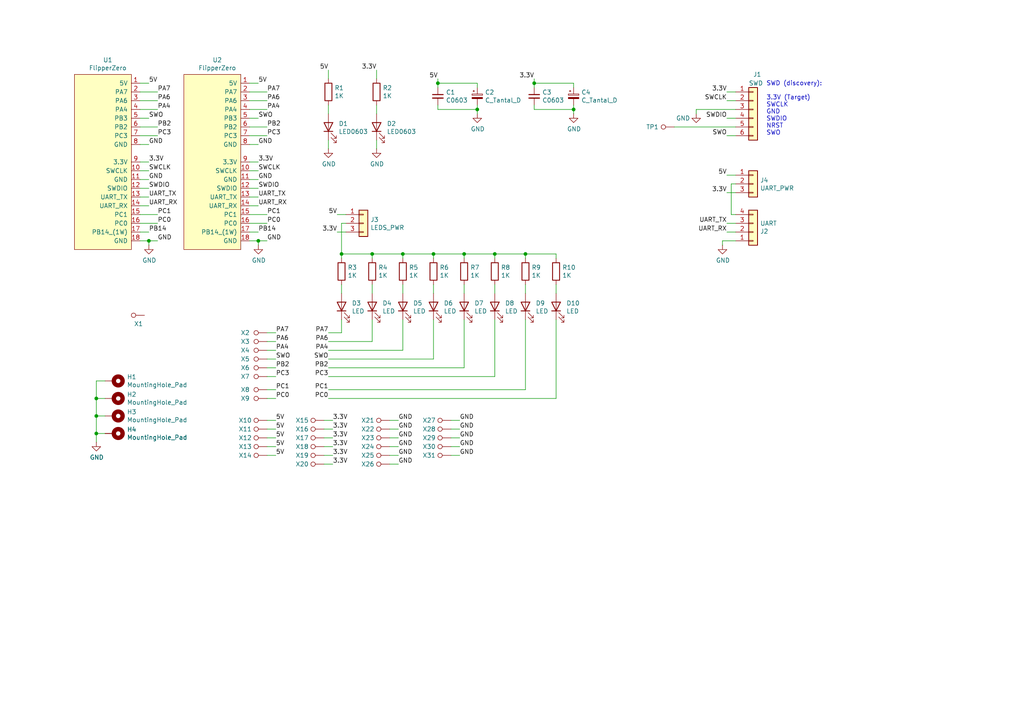
<source format=kicad_sch>
(kicad_sch (version 20250114) (generator "eeschema") (generator_version "9.0")
  (paper "A4")
  (lib_symbols
    (symbol "Connector_Generic:Conn_01x03" (pin_names (offset 1.016) (hide yes))
      (property "Reference" "J" (at 0 5.08 0))
      (property "Value" "Conn_01x03" (at 0 -5.08 0))
      (symbol "Conn_01x03_1_1"
        (rectangle (start -1.27 3.81) (end 1.27 -3.81) (stroke (width 0.254)) (fill (type background)))
        (rectangle (start -1.27 2.667) (end 0 2.413) (stroke (width 0.1524)))
        (rectangle (start -1.27 0.127) (end 0 -0.127) (stroke (width 0.1524)))
        (rectangle (start -1.27 -2.413) (end 0 -2.667) (stroke (width 0.1524)))
        (pin passive line (at -5.08 2.54 0) (length 3.81) (name "Pin_1") (number "1"))
        (pin passive line (at -5.08 0 0) (length 3.81) (name "Pin_2") (number "2"))
        (pin passive line (at -5.08 -2.54 0) (length 3.81) (name "Pin_3") (number "3"))
      )
    )
    (symbol "Connector_Generic:Conn_01x04" (pin_names (offset 1.016) (hide yes))
      (property "Reference" "J" (at 0 5.08 0))
      (property "Value" "Conn_01x04" (at 0 -7.62 0))
      (symbol "Conn_01x04_1_1"
        (rectangle (start -1.27 3.81) (end 1.27 -6.35) (stroke (width 0.254)) (fill (type background)))
        (rectangle (start -1.27 2.667) (end 0 2.413) (stroke (width 0.1524)))
        (rectangle (start -1.27 0.127) (end 0 -0.127) (stroke (width 0.1524)))
        (rectangle (start -1.27 -2.413) (end 0 -2.667) (stroke (width 0.1524)))
        (rectangle (start -1.27 -4.953) (end 0 -5.207) (stroke (width 0.1524)))
        (pin passive line (at -5.08 2.54 0) (length 3.81) (name "Pin_1") (number "1"))
        (pin passive line (at -5.08 0 0) (length 3.81) (name "Pin_2") (number "2"))
        (pin passive line (at -5.08 -2.54 0) (length 3.81) (name "Pin_3") (number "3"))
        (pin passive line (at -5.08 -5.08 0) (length 3.81) (name "Pin_4") (number "4"))
      )
    )
    (symbol "Connector_Generic:Conn_01x06" (pin_names (offset 1.016) (hide yes))
      (property "Reference" "J" (at 0 7.62 0))
      (property "Value" "Conn_01x06" (at 0 -10.16 0))
      (symbol "Conn_01x06_1_1"
        (rectangle (start -1.27 6.35) (end 1.27 -8.89) (stroke (width 0.254)) (fill (type background)))
        (rectangle (start -1.27 5.207) (end 0 4.953) (stroke (width 0.1524)))
        (rectangle (start -1.27 2.667) (end 0 2.413) (stroke (width 0.1524)))
        (rectangle (start -1.27 0.127) (end 0 -0.127) (stroke (width 0.1524)))
        (rectangle (start -1.27 -2.413) (end 0 -2.667) (stroke (width 0.1524)))
        (rectangle (start -1.27 -4.953) (end 0 -5.207) (stroke (width 0.1524)))
        (rectangle (start -1.27 -7.493) (end 0 -7.747) (stroke (width 0.1524)))
        (pin passive line (at -5.08 5.08 0) (length 3.81) (name "Pin_1") (number "1"))
        (pin passive line (at -5.08 2.54 0) (length 3.81) (name "Pin_2") (number "2"))
        (pin passive line (at -5.08 0 0) (length 3.81) (name "Pin_3") (number "3"))
        (pin passive line (at -5.08 -2.54 0) (length 3.81) (name "Pin_4") (number "4"))
        (pin passive line (at -5.08 -5.08 0) (length 3.81) (name "Pin_5") (number "5"))
        (pin passive line (at -5.08 -7.62 0) (length 3.81) (name "Pin_6") (number "6"))
      )
    )
    (symbol "Device:C_Polarized_Small" (pin_numbers (hide yes)) (pin_names (offset 0.254) (hide yes))
      (property "Reference" "C" (at 0.254 1.778 0))
      (property "Value" "C_Polarized_Small" (at 0.254 -2.032 0))
      (symbol "C_Polarized_Small_0_1"
        (rectangle (start -1.524 0.6858) (end 1.524 0.3048))
        (rectangle (start -1.524 -0.3048) (end 1.524 -0.6858) (fill (type outline)))
        (polyline (pts (xy -1.27 1.524) (xy -0.762 1.524)))
        (polyline (pts (xy -1.016 1.27) (xy -1.016 1.778)))
      )
      (symbol "C_Polarized_Small_1_1"
        (pin passive line (at 0 2.54 270) (length 1.8542) (name "~") (number "1"))
        (pin passive line (at 0 -2.54 90) (length 1.8542) (name "~") (number "2"))
      )
    )
    (symbol "Device:C_Small" (pin_numbers (hide yes)) (pin_names (offset 0.254) (hide yes))
      (property "Reference" "C" (at 0.254 1.778 0))
      (property "Value" "C_Small" (at 0.254 -2.032 0))
      (symbol "C_Small_0_1"
        (polyline (pts (xy -1.524 0.508) (xy 1.524 0.508)) (stroke (width 0.3048)))
        (polyline (pts (xy -1.524 -0.508) (xy 1.524 -0.508)) (stroke (width 0.3302)))
      )
      (symbol "C_Small_1_1"
        (pin passive line (at 0 2.54 270) (length 2.032) (name "~") (number "1"))
        (pin passive line (at 0 -2.54 90) (length 2.032) (name "~") (number "2"))
      )
    )
    (symbol "Device:LED" (pin_numbers (hide yes)) (pin_names (offset 1.016) (hide yes))
      (property "Reference" "D" (at 0 2.54 0))
      (property "Value" "LED" (at 0 -2.54 0))
      (symbol "LED_0_1"
        (polyline (pts (xy -3.048 -0.762) (xy -4.572 -2.286) (xy -3.81 -2.286) (xy -4.572 -2.286) (xy -4.572 -1.524)))
        (polyline (pts (xy -1.778 -0.762) (xy -3.302 -2.286) (xy -2.54 -2.286) (xy -3.302 -2.286) (xy -3.302 -1.524)))
        (polyline (pts (xy -1.27 0) (xy 1.27 0)))
        (polyline (pts (xy -1.27 -1.27) (xy -1.27 1.27)) (stroke (width 0.254)))
        (polyline (pts (xy 1.27 -1.27) (xy 1.27 1.27) (xy -1.27 0) (xy 1.27 -1.27)) (stroke (width 0.254)))
      )
      (symbol "LED_1_1"
        (pin passive line (at -3.81 0 0) (length 2.54) (name "K") (number "1"))
        (pin passive line (at 3.81 0 180) (length 2.54) (name "A") (number "2"))
      )
    )
    (symbol "Device:R" (pin_numbers (hide yes)) (pin_names (offset 0))
      (property "Reference" "R" (at 2.032 0 90))
      (property "Value" "R" (at 0 0 90))
      (symbol "R_0_1"
        (rectangle (start -1.016 -2.54) (end 1.016 2.54) (stroke (width 0.254)))
      )
      (symbol "R_1_1"
        (pin passive line (at 0 3.81 270) (length 1.27) (name "~") (number "1"))
        (pin passive line (at 0 -3.81 90) (length 1.27) (name "~") (number "2"))
      )
    )
    (symbol "Mechanical:MountingHole_Pad" (pin_numbers (hide yes)) (pin_names (offset 1.016) (hide yes)) (in_bom no)
      (property "Reference" "H" (at 0 6.35 0))
      (property "Value" "MountingHole_Pad" (at 0 4.445 0))
      (symbol "MountingHole_Pad_0_1"
        (circle (center 0 1.27) (radius 1.27) (stroke (width 1.27)))
      )
      (symbol "MountingHole_Pad_1_1"
        (pin input line (at 0 -2.54 90) (length 2.54) (name "1") (number "1"))
      )
    )
    (symbol "lomalkin_kicad_symbols:FlipperZero" (pin_names (offset 1.016))
      (property "Reference" "U" (at 0 -25.4 0))
      (property "Value" "FlipperZero" (at 0 27.94 0))
      (symbol "FlipperZero_0_1"
        (rectangle (start 7.62 26.67) (end -8.89 -24.13) (fill (type background)))
      )
      (symbol "FlipperZero_1_1"
        (pin input line (at 10.16 24.13 180) (length 2.54) (name "5V") (number "1"))
        (pin input line (at 10.16 21.59 180) (length 2.54) (name "PA7") (number "2"))
        (pin input line (at 10.16 19.05 180) (length 2.54) (name "PA6") (number "3"))
        (pin input line (at 10.16 16.51 180) (length 2.54) (name "PA4") (number "4"))
        (pin input line (at 10.16 13.97 180) (length 2.54) (name "PB3") (number "5"))
        (pin input line (at 10.16 11.43 180) (length 2.54) (name "PB2") (number "6"))
        (pin input line (at 10.16 8.89 180) (length 2.54) (name "PC3") (number "7"))
        (pin input line (at 10.16 6.35 180) (length 2.54) (name "GND") (number "8"))
        (pin input line (at 10.16 1.27 180) (length 2.54) (name "3.3V") (number "9"))
        (pin input line (at 10.16 -1.27 180) (length 2.54) (name "SWCLK") (number "10"))
        (pin input line (at 10.16 -3.81 180) (length 2.54) (name "GND") (number "11"))
        (pin input line (at 10.16 -6.35 180) (length 2.54) (name "SWDIO") (number "12"))
        (pin input line (at 10.16 -8.89 180) (length 2.54) (name "UART_TX") (number "13"))
        (pin input line (at 10.16 -11.43 180) (length 2.54) (name "UART_RX") (number "14"))
        (pin input line (at 10.16 -13.97 180) (length 2.54) (name "PC1") (number "15"))
        (pin input line (at 10.16 -16.51 180) (length 2.54) (name "PC0") (number "16"))
        (pin input line (at 10.16 -19.05 180) (length 2.54) (name "PB14_(1W)") (number "17"))
        (pin input line (at 10.16 -21.59 180) (length 2.54) (name "GND") (number "18"))
      )
    )
    (symbol "lomalkin_kicad_symbols:SolderPad" (pin_names (offset 1.016))
      (property "Reference" "X" (at 5.08 0 0))
      (symbol "SolderPad_0_1"
        (circle (center 3.175 0) (radius 0.635))
      )
      (symbol "SolderPad_1_1"
        (pin input line (at 0 0 0) (length 2.54) (name "~") (number "1"))
      )
    )
    (symbol "lomalkin_kicad_symbols:TestPoint" (pin_names (offset 1.016))
      (property "Reference" "TP" (at 5.715 0 0))
      (symbol "TestPoint_0_1"
        (circle (center 3.175 0) (radius 0.635))
      )
      (symbol "TestPoint_1_1"
        (pin input line (at 0 0 0) (length 2.54) (name "~") (number "1"))
      )
    )
    (symbol "power:GND" (power) (pin_numbers (hide yes)) (pin_names (offset 0) (hide yes))
      (property "Value" "GND" (at 0 -3.81 0))
      (symbol "GND_0_1"
        (polyline (pts (xy 0 0) (xy 0 -1.27) (xy 1.27 -1.27) (xy 0 -2.54) (xy -1.27 -1.27) (xy 0 -1.27)))
      )
      (symbol "GND_1_1"
        (pin power_in line (at 0 0 270) (length 0) (name "~") (number "1"))
      )
    )
  )
  (text "SWD (discovery):\n\n3.3V (Target)\nSWCLK\nGND\nSWDIO\nNRST\nSWO" (at 222.25 39.37 0) (effects (font (size 1.27 1.27)) (justify left bottom)))
  (junction (at 166.37 31.75))
  (junction (at 152.4 73.66))
  (junction (at 134.62 73.66))
  (junction (at 154.94 24.13))
  (junction (at 43.18 69.85))
  (junction (at 138.43 31.75))
  (junction (at 125.73 73.66))
  (junction (at 116.84 73.66))
  (junction (at 143.51 73.66))
  (junction (at 27.94 125.73))
  (junction (at 27.94 120.65))
  (junction (at 27.94 115.57))
  (junction (at 99.06 73.66))
  (junction (at 107.95 73.66))
  (junction (at 127 24.13))
  (junction (at 74.93 69.85))
  (wire (pts (xy 93.98 121.92) (xy 96.52 121.92)))
  (wire (pts (xy 210.82 39.37) (xy 213.36 39.37)))
  (wire (pts (xy 152.4 73.66) (xy 161.29 73.66)))
  (wire (pts (xy 95.25 101.6) (xy 116.84 101.6)))
  (wire (pts (xy 212.09 53.34) (xy 212.09 62.23)))
  (wire (pts (xy 127 30.48) (xy 127 31.75)))
  (wire (pts (xy 77.47 96.52) (xy 80.01 96.52)))
  (wire (pts (xy 95.25 115.57) (xy 161.29 115.57)))
  (wire (pts (xy 77.47 132.08) (xy 80.01 132.08)))
  (wire (pts (xy 143.51 82.55) (xy 143.51 85.09)))
  (wire (pts (xy 95.25 113.03) (xy 152.4 113.03)))
  (wire (pts (xy 213.36 36.83) (xy 195.58 36.83)))
  (wire (pts (xy 77.47 106.68) (xy 80.01 106.68)))
  (wire (pts (xy 113.03 127) (xy 115.57 127)))
  (wire (pts (xy 74.93 49.53) (xy 72.39 49.53)))
  (wire (pts (xy 212.09 62.23) (xy 213.36 62.23)))
  (wire (pts (xy 74.93 54.61) (xy 72.39 54.61)))
  (wire (pts (xy 72.39 24.13) (xy 74.93 24.13)))
  (wire (pts (xy 166.37 31.75) (xy 166.37 33.02)))
  (wire (pts (xy 40.64 29.21) (xy 45.72 29.21)))
  (wire (pts (xy 45.72 31.75) (xy 40.64 31.75)))
  (wire (pts (xy 97.79 62.23) (xy 100.33 62.23)))
  (wire (pts (xy 45.72 69.85) (xy 43.18 69.85)))
  (wire (pts (xy 93.98 132.08) (xy 96.52 132.08)))
  (wire (pts (xy 74.93 67.31) (xy 72.39 67.31)))
  (wire (pts (xy 125.73 82.55) (xy 125.73 85.09)))
  (wire (pts (xy 40.64 69.85) (xy 43.18 69.85)))
  (wire (pts (xy 130.81 121.92) (xy 133.35 121.92)))
  (wire (pts (xy 154.94 25.4) (xy 154.94 24.13)))
  (wire (pts (xy 109.22 30.48) (xy 109.22 33.02)))
  (wire (pts (xy 213.36 69.85) (xy 209.55 69.85)))
  (wire (pts (xy 45.72 26.67) (xy 40.64 26.67)))
  (wire (pts (xy 74.93 59.69) (xy 72.39 59.69)))
  (wire (pts (xy 107.95 82.55) (xy 107.95 85.09)))
  (wire (pts (xy 27.94 125.73) (xy 27.94 128.27)))
  (wire (pts (xy 43.18 69.85) (xy 43.18 71.12)))
  (wire (pts (xy 116.84 92.71) (xy 116.84 101.6)))
  (wire (pts (xy 107.95 92.71) (xy 107.95 99.06)))
  (wire (pts (xy 43.18 67.31) (xy 40.64 67.31)))
  (wire (pts (xy 40.64 41.91) (xy 43.18 41.91)))
  (wire (pts (xy 130.81 132.08) (xy 133.35 132.08)))
  (wire (pts (xy 138.43 31.75) (xy 138.43 33.02)))
  (wire (pts (xy 154.94 22.86) (xy 154.94 24.13)))
  (wire (pts (xy 154.94 31.75) (xy 166.37 31.75)))
  (wire (pts (xy 77.47 39.37) (xy 72.39 39.37)))
  (wire (pts (xy 154.94 24.13) (xy 166.37 24.13)))
  (wire (pts (xy 77.47 69.85) (xy 74.93 69.85)))
  (wire (pts (xy 74.93 69.85) (xy 74.93 71.12)))
  (wire (pts (xy 72.39 29.21) (xy 77.47 29.21)))
  (wire (pts (xy 161.29 73.66) (xy 161.29 74.93)))
  (wire (pts (xy 27.94 110.49) (xy 27.94 115.57)))
  (wire (pts (xy 127 22.86) (xy 127 24.13)))
  (wire (pts (xy 95.25 20.32) (xy 95.25 22.86)))
  (wire (pts (xy 77.47 31.75) (xy 72.39 31.75)))
  (wire (pts (xy 138.43 31.75) (xy 138.43 30.48)))
  (wire (pts (xy 45.72 39.37) (xy 40.64 39.37)))
  (wire (pts (xy 116.84 74.93) (xy 116.84 73.66)))
  (wire (pts (xy 72.39 36.83) (xy 77.47 36.83)))
  (wire (pts (xy 152.4 74.93) (xy 152.4 73.66)))
  (wire (pts (xy 30.48 115.57) (xy 27.94 115.57)))
  (wire (pts (xy 72.39 69.85) (xy 74.93 69.85)))
  (wire (pts (xy 209.55 69.85) (xy 209.55 71.12)))
  (wire (pts (xy 77.47 127) (xy 80.01 127)))
  (wire (pts (xy 109.22 20.32) (xy 109.22 22.86)))
  (wire (pts (xy 166.37 24.13) (xy 166.37 25.4)))
  (wire (pts (xy 72.39 46.99) (xy 74.93 46.99)))
  (wire (pts (xy 95.25 96.52) (xy 99.06 96.52)))
  (wire (pts (xy 154.94 30.48) (xy 154.94 31.75)))
  (wire (pts (xy 96.52 134.62) (xy 93.98 134.62)))
  (wire (pts (xy 134.62 92.71) (xy 134.62 106.68)))
  (wire (pts (xy 72.39 52.07) (xy 74.93 52.07)))
  (wire (pts (xy 80.01 99.06) (xy 77.47 99.06)))
  (wire (pts (xy 77.47 124.46) (xy 80.01 124.46)))
  (wire (pts (xy 77.47 121.92) (xy 80.01 121.92)))
  (wire (pts (xy 43.18 54.61) (xy 40.64 54.61)))
  (wire (pts (xy 213.36 53.34) (xy 212.09 53.34)))
  (wire (pts (xy 113.03 124.46) (xy 115.57 124.46)))
  (wire (pts (xy 143.51 74.93) (xy 143.51 73.66)))
  (wire (pts (xy 213.36 55.88) (xy 210.82 55.88)))
  (wire (pts (xy 77.47 113.03) (xy 80.01 113.03)))
  (wire (pts (xy 113.03 121.92) (xy 115.57 121.92)))
  (wire (pts (xy 210.82 67.31) (xy 213.36 67.31)))
  (wire (pts (xy 77.47 62.23) (xy 72.39 62.23)))
  (wire (pts (xy 43.18 34.29) (xy 40.64 34.29)))
  (wire (pts (xy 43.18 59.69) (xy 40.64 59.69)))
  (wire (pts (xy 95.25 106.68) (xy 134.62 106.68)))
  (wire (pts (xy 130.81 127) (xy 133.35 127)))
  (wire (pts (xy 77.47 101.6) (xy 80.01 101.6)))
  (wire (pts (xy 93.98 124.46) (xy 96.52 124.46)))
  (wire (pts (xy 113.03 132.08) (xy 115.57 132.08)))
  (wire (pts (xy 95.25 104.14) (xy 125.73 104.14)))
  (wire (pts (xy 201.93 31.75) (xy 201.93 33.02)))
  (wire (pts (xy 72.39 57.15) (xy 74.93 57.15)))
  (wire (pts (xy 161.29 92.71) (xy 161.29 115.57)))
  (wire (pts (xy 125.73 73.66) (xy 134.62 73.66)))
  (wire (pts (xy 100.33 64.77) (xy 99.06 64.77)))
  (wire (pts (xy 40.64 24.13) (xy 43.18 24.13)))
  (wire (pts (xy 113.03 134.62) (xy 115.57 134.62)))
  (wire (pts (xy 30.48 125.73) (xy 27.94 125.73)))
  (wire (pts (xy 152.4 82.55) (xy 152.4 85.09)))
  (wire (pts (xy 125.73 92.71) (xy 125.73 104.14)))
  (wire (pts (xy 143.51 92.71) (xy 143.51 109.22)))
  (wire (pts (xy 93.98 129.54) (xy 96.52 129.54)))
  (wire (pts (xy 213.36 29.21) (xy 210.82 29.21)))
  (wire (pts (xy 143.51 73.66) (xy 152.4 73.66)))
  (wire (pts (xy 161.29 82.55) (xy 161.29 85.09)))
  (wire (pts (xy 77.47 129.54) (xy 80.01 129.54)))
  (wire (pts (xy 95.25 99.06) (xy 107.95 99.06)))
  (wire (pts (xy 138.43 24.13) (xy 138.43 25.4)))
  (wire (pts (xy 166.37 31.75) (xy 166.37 30.48)))
  (wire (pts (xy 40.64 36.83) (xy 45.72 36.83)))
  (wire (pts (xy 107.95 73.66) (xy 116.84 73.66)))
  (wire (pts (xy 127 24.13) (xy 138.43 24.13)))
  (wire (pts (xy 210.82 26.67) (xy 213.36 26.67)))
  (wire (pts (xy 80.01 115.57) (xy 77.47 115.57)))
  (wire (pts (xy 95.25 40.64) (xy 95.25 43.18)))
  (wire (pts (xy 107.95 74.93) (xy 107.95 73.66)))
  (wire (pts (xy 213.36 31.75) (xy 201.93 31.75)))
  (wire (pts (xy 95.25 30.48) (xy 95.25 33.02)))
  (wire (pts (xy 93.98 127) (xy 96.52 127)))
  (wire (pts (xy 27.94 115.57) (xy 27.94 120.65)))
  (wire (pts (xy 72.39 64.77) (xy 77.47 64.77)))
  (wire (pts (xy 43.18 49.53) (xy 40.64 49.53)))
  (wire (pts (xy 134.62 73.66) (xy 134.62 74.93)))
  (wire (pts (xy 99.06 82.55) (xy 99.06 85.09)))
  (wire (pts (xy 99.06 64.77) (xy 99.06 73.66)))
  (wire (pts (xy 95.25 109.22) (xy 143.51 109.22)))
  (wire (pts (xy 152.4 92.71) (xy 152.4 113.03)))
  (wire (pts (xy 45.72 62.23) (xy 40.64 62.23)))
  (wire (pts (xy 210.82 34.29) (xy 213.36 34.29)))
  (wire (pts (xy 40.64 64.77) (xy 45.72 64.77)))
  (wire (pts (xy 125.73 74.93) (xy 125.73 73.66)))
  (wire (pts (xy 109.22 40.64) (xy 109.22 43.18)))
  (wire (pts (xy 40.64 52.07) (xy 43.18 52.07)))
  (wire (pts (xy 30.48 120.65) (xy 27.94 120.65)))
  (wire (pts (xy 99.06 74.93) (xy 99.06 73.66)))
  (wire (pts (xy 127 25.4) (xy 127 24.13)))
  (wire (pts (xy 210.82 50.8) (xy 213.36 50.8)))
  (wire (pts (xy 99.06 73.66) (xy 107.95 73.66)))
  (wire (pts (xy 74.93 34.29) (xy 72.39 34.29)))
  (wire (pts (xy 134.62 73.66) (xy 143.51 73.66)))
  (wire (pts (xy 80.01 104.14) (xy 77.47 104.14)))
  (wire (pts (xy 116.84 73.66) (xy 125.73 73.66)))
  (wire (pts (xy 116.84 82.55) (xy 116.84 85.09)))
  (wire (pts (xy 134.62 82.55) (xy 134.62 85.09)))
  (wire (pts (xy 77.47 26.67) (xy 72.39 26.67)))
  (wire (pts (xy 130.81 124.46) (xy 133.35 124.46)))
  (wire (pts (xy 130.81 129.54) (xy 133.35 129.54)))
  (wire (pts (xy 99.06 92.71) (xy 99.06 96.52)))
  (wire (pts (xy 30.48 110.49) (xy 27.94 110.49)))
  (wire (pts (xy 113.03 129.54) (xy 115.57 129.54)))
  (wire (pts (xy 40.64 57.15) (xy 43.18 57.15)))
  (wire (pts (xy 72.39 41.91) (xy 74.93 41.91)))
  (wire (pts (xy 27.94 120.65) (xy 27.94 125.73)))
  (wire (pts (xy 100.33 67.31) (xy 97.79 67.31)))
  (wire (pts (xy 80.01 109.22) (xy 77.47 109.22)))
  (wire (pts (xy 127 31.75) (xy 138.43 31.75)))
  (wire (pts (xy 40.64 46.99) (xy 43.18 46.99)))
  (wire (pts (xy 213.36 64.77) (xy 210.82 64.77)))
  (label "PA4" (at 95.25 101.6 180))
  (label "GND" (at 133.35 129.54 0))
  (label "PC3" (at 77.47 39.37 0))
  (label "3.3V" (at 96.52 134.62 0))
  (label "GND" (at 133.35 124.46 0))
  (label "GND" (at 115.57 129.54 0))
  (label "PB14" (at 74.93 67.31 0))
  (label "GND" (at 45.72 69.85 0))
  (label "SWO" (at 80.01 104.14 0))
  (label "GND" (at 133.35 132.08 0))
  (label "3.3V" (at 96.52 127 0))
  (label "PA7" (at 95.25 96.52 180))
  (label "PB2" (at 77.47 36.83 0))
  (label "GND" (at 115.57 121.92 0))
  (label "PB2" (at 45.72 36.83 0))
  (label "PA7" (at 45.72 26.67 0))
  (label "UART_RX" (at 43.18 59.69 0))
  (label "5V" (at 80.01 127 0))
  (label "3.3V" (at 43.18 46.99 0))
  (label "3.3V" (at 154.94 22.86 180))
  (label "5V" (at 127 22.86 180))
  (label "5V" (at 80.01 121.92 0))
  (label "GND" (at 43.18 41.91 0))
  (label "UART_RX" (at 210.82 67.31 180))
  (label "3.3V" (at 96.52 124.46 0))
  (label "3.3V" (at 210.82 55.88 180))
  (label "GND" (at 115.57 127 0))
  (label "PB2" (at 80.01 106.68 0))
  (label "PC0" (at 77.47 64.77 0))
  (label "3.3V" (at 109.22 20.32 180))
  (label "3.3V" (at 210.82 26.67 180))
  (label "5V" (at 80.01 132.08 0))
  (label "PC3" (at 80.01 109.22 0))
  (label "PA4" (at 80.01 101.6 0))
  (label "PA6" (at 77.47 29.21 0))
  (label "GND" (at 133.35 127 0))
  (label "GND" (at 74.93 52.07 0))
  (label "UART_TX" (at 74.93 57.15 0))
  (label "UART_TX" (at 43.18 57.15 0))
  (label "5V" (at 97.79 62.23 180))
  (label "GND" (at 77.47 69.85 0))
  (label "GND" (at 115.57 132.08 0))
  (label "5V" (at 80.01 129.54 0))
  (label "GND" (at 133.35 121.92 0))
  (label "5V" (at 43.18 24.13 0))
  (label "PA4" (at 77.47 31.75 0))
  (label "PC1" (at 45.72 62.23 0))
  (label "PC1" (at 80.01 113.03 0))
  (label "UART_TX" (at 210.82 64.77 180))
  (label "UART_RX" (at 74.93 59.69 0))
  (label "GND" (at 74.93 41.91 0))
  (label "SWDIO" (at 74.93 54.61 0))
  (label "SWCLK" (at 74.93 49.53 0))
  (label "PC0" (at 80.01 115.57 0))
  (label "SWDIO" (at 43.18 54.61 0))
  (label "GND" (at 115.57 134.62 0))
  (label "SWCLK" (at 43.18 49.53 0))
  (label "3.3V" (at 96.52 132.08 0))
  (label "PA6" (at 80.01 99.06 0))
  (label "PC0" (at 45.72 64.77 0))
  (label "SWO" (at 95.25 104.14 180))
  (label "PA6" (at 45.72 29.21 0))
  (label "SWDIO" (at 210.82 34.29 180))
  (label "PA7" (at 80.01 96.52 0))
  (label "5V" (at 210.82 50.8 180))
  (label "PA4" (at 45.72 31.75 0))
  (label "SWO" (at 43.18 34.29 0))
  (label "PC0" (at 95.25 115.57 180))
  (label "PB14" (at 43.18 67.31 0))
  (label "3.3V" (at 97.79 67.31 180))
  (label "5V" (at 80.01 124.46 0))
  (label "PC1" (at 95.25 113.03 180))
  (label "PC3" (at 95.25 109.22 180))
  (label "5V" (at 95.25 20.32 180))
  (label "SWCLK" (at 210.82 29.21 180))
  (label "PA7" (at 77.47 26.67 0))
  (label "3.3V" (at 96.52 121.92 0))
  (label "SWO" (at 210.82 39.37 180))
  (label "PC1" (at 77.47 62.23 0))
  (label "GND" (at 43.18 52.07 0))
  (label "PA6" (at 95.25 99.06 180))
  (label "SWO" (at 74.93 34.29 0))
  (label "5V" (at 74.93 24.13 0))
  (label "GND" (at 115.57 124.46 0))
  (label "3.3V" (at 96.52 129.54 0))
  (label "PC3" (at 45.72 39.37 0))
  (label "3.3V" (at 74.93 46.99 0))
  (label "PB2" (at 95.25 106.68 180))
  (symbol (lib_id "lomalkin_kicad_symbols:SolderPad") (at 41.91 91.44 180) (unit 1)
    (property "Reference" "X1" (at 40.1828 93.9292 0))
    (property "Value" "SolderPad" (effects (hide yes)))
    (property "Footprint" "lomalkin_kicad_footprints:Flipper-SolderPad" (effects (hide yes)))
  )
  (symbol (lib_id "lomalkin_kicad_symbols:FlipperZero") (at 30.48 48.26 0) (unit 1)
    (property "Reference" "U1" (at 31.2674 17.399 0))
    (property "Value" "FlipperZero" (at 31.2674 19.7104 0))
    (property "Footprint" "lomalkin_kicad_footprints:FlipperZero" (effects (hide yes)))
  )
  (symbol (lib_id "Device:LED") (at 95.25 36.83 90) (unit 1)
    (property "Reference" "D1" (at 98.2218 35.8648 90) (effects (justify right)))
    (property "Value" "LED0603" (at 98.2218 38.1762 90) (effects (justify right)))
    (property "Footprint" "LED_SMD:LED_0603_1608Metric_Pad1.05x0.95mm_HandSolder" (effects (hide yes)))
  )
  (symbol (lib_id "Device:R") (at 95.25 26.67 0) (unit 1)
    (property "Reference" "R1" (at 97.028 25.5016 0) (effects (justify left)))
    (property "Value" "1K" (at 97.028 27.813 0) (effects (justify left)))
    (property "Footprint" "Resistor_SMD:R_0603_1608Metric_Pad0.98x0.95mm_HandSolder" (effects (hide yes)))
  )
  (symbol (lib_id "power:GND") (at 43.18 71.12 0) (unit 1)
    (property "Reference" "#PWR0101" (effects (hide yes)))
    (property "Value" "GND" (at 43.307 75.5142 0))
  )
  (symbol (lib_id "power:GND") (at 95.25 43.18 0) (unit 1)
    (property "Reference" "#PWR0102" (effects (hide yes)))
    (property "Value" "GND" (at 95.377 47.5742 0))
  )
  (symbol (lib_id "Device:LED") (at 109.22 36.83 90) (unit 1)
    (property "Reference" "D2" (at 112.1918 35.8648 90) (effects (justify right)))
    (property "Value" "LED0603" (at 112.1918 38.1762 90) (effects (justify right)))
    (property "Footprint" "LED_SMD:LED_0603_1608Metric_Pad1.05x0.95mm_HandSolder" (effects (hide yes)))
  )
  (symbol (lib_id "Device:R") (at 109.22 26.67 0) (unit 1)
    (property "Reference" "R2" (at 110.998 25.5016 0) (effects (justify left)))
    (property "Value" "1K" (at 110.998 27.813 0) (effects (justify left)))
    (property "Footprint" "Resistor_SMD:R_0603_1608Metric_Pad0.98x0.95mm_HandSolder" (effects (hide yes)))
  )
  (symbol (lib_id "power:GND") (at 109.22 43.18 0) (unit 1)
    (property "Reference" "#PWR0103" (effects (hide yes)))
    (property "Value" "GND" (at 109.347 47.5742 0))
  )
  (symbol (lib_id "Connector_Generic:Conn_01x06") (at 218.44 31.75 0) (unit 1)
    (property "Reference" "J1" (at 218.44 21.59 0) (effects (justify left)))
    (property "Value" "SWD" (at 217.17 24.13 0) (effects (justify left)))
    (property "Footprint" "Connector_PinHeader_2.54mm:PinHeader_1x06_P2.54mm_Vertical" (effects (hide yes)))
  )
  (symbol (lib_id "Connector_Generic:Conn_01x04") (at 218.44 67.31 0) (mirror x) (unit 1)
    (property "Reference" "J2" (at 220.472 67.1068 0) (effects (justify left)))
    (property "Value" "UART" (at 220.472 64.7954 0) (effects (justify left)))
    (property "Footprint" "Connector_PinHeader_2.54mm:PinHeader_1x04_P2.54mm_Vertical" (effects (hide yes)))
  )
  (symbol (lib_id "power:GND") (at 201.93 33.02 0) (unit 1)
    (property "Reference" "#PWR0104" (effects (hide yes)))
    (property "Value" "GND" (at 198.12 34.29 0))
  )
  (symbol (lib_id "lomalkin_kicad_symbols:TestPoint") (at 195.58 36.83 180) (unit 1)
    (property "Reference" "TP1" (at 189.23 36.83 0))
    (property "Value" "TestPoint" (effects (hide yes)))
    (property "Footprint" "lomalkin_kicad_footprints:TestPoint_Pad_D2.0mm" (effects (hide yes)))
  )
  (symbol (lib_id "power:GND") (at 209.55 71.12 0) (unit 1)
    (property "Reference" "#PWR0105" (effects (hide yes)))
    (property "Value" "GND" (at 209.677 75.5142 0))
  )
  (symbol (lib_id "Device:C_Small") (at 127 27.94 0) (unit 1)
    (property "Reference" "C1" (at 129.3368 26.7716 0) (effects (justify left)))
    (property "Value" "C0603" (at 129.3368 29.083 0) (effects (justify left)))
    (property "Footprint" "Capacitor_SMD:C_0603_1608Metric_Pad1.08x0.95mm_HandSolder" (effects (hide yes)))
  )
  (symbol (lib_id "Device:C_Polarized_Small") (at 138.43 27.94 0) (unit 1)
    (property "Reference" "C2" (at 140.6652 26.7716 0) (effects (justify left)))
    (property "Value" "C_Tantal_D" (at 140.6652 29.083 0) (effects (justify left)))
    (property "Footprint" "Capacitor_Tantalum_SMD:CP_EIA-7343-31_Kemet-D_Pad2.25x2.55mm_HandSolder" (effects (hide yes)))
    (property "Description" "Polarized capacitor, small symbol" (effects (hide yes)))
  )
  (symbol (lib_id "power:GND") (at 138.43 33.02 0) (unit 1)
    (property "Reference" "#PWR0106" (effects (hide yes)))
    (property "Value" "GND" (at 138.557 37.4142 0))
  )
  (symbol (lib_id "Device:C_Small") (at 154.94 27.94 0) (unit 1)
    (property "Reference" "C3" (at 157.2768 26.7716 0) (effects (justify left)))
    (property "Value" "C0603" (at 157.2768 29.083 0) (effects (justify left)))
    (property "Footprint" "Capacitor_SMD:C_0603_1608Metric_Pad1.08x0.95mm_HandSolder" (effects (hide yes)))
  )
  (symbol (lib_id "Device:C_Polarized_Small") (at 166.37 27.94 0) (unit 1)
    (property "Reference" "C4" (at 168.6052 26.7716 0) (effects (justify left)))
    (property "Value" "C_Tantal_D" (at 168.6052 29.083 0) (effects (justify left)))
    (property "Footprint" "Capacitor_Tantalum_SMD:CP_EIA-7343-31_Kemet-D_Pad2.25x2.55mm_HandSolder" (effects (hide yes)))
    (property "Description" "Polarized capacitor, small symbol" (effects (hide yes)))
  )
  (symbol (lib_id "power:GND") (at 166.37 33.02 0) (unit 1)
    (property "Reference" "#PWR0107" (effects (hide yes)))
    (property "Value" "GND" (at 166.497 37.4142 0))
  )
  (symbol (lib_id "Device:LED") (at 99.06 88.9 90) (unit 1)
    (property "Reference" "D3" (at 102.0318 87.9348 90) (effects (justify right)))
    (property "Value" "LED" (at 102.0318 90.2462 90) (effects (justify right)))
    (property "Footprint" "LED_SMD:LED_0603_1608Metric_Pad1.05x0.95mm_HandSolder" (effects (hide yes)))
  )
  (symbol (lib_id "Device:R") (at 99.06 78.74 0) (unit 1)
    (property "Reference" "R3" (at 100.838 77.5716 0) (effects (justify left)))
    (property "Value" "1K" (at 100.838 79.883 0) (effects (justify left)))
    (property "Footprint" "Resistor_SMD:R_0603_1608Metric_Pad0.98x0.95mm_HandSolder" (effects (hide yes)))
  )
  (symbol (lib_id "Device:LED") (at 107.95 88.9 90) (unit 1)
    (property "Reference" "D4" (at 110.9218 87.9348 90) (effects (justify right)))
    (property "Value" "LED" (at 110.9218 90.2462 90) (effects (justify right)))
    (property "Footprint" "LED_SMD:LED_0603_1608Metric_Pad1.05x0.95mm_HandSolder" (effects (hide yes)))
  )
  (symbol (lib_id "Device:R") (at 107.95 78.74 0) (unit 1)
    (property "Reference" "R4" (at 109.728 77.5716 0) (effects (justify left)))
    (property "Value" "1K" (at 109.728 79.883 0) (effects (justify left)))
    (property "Footprint" "Resistor_SMD:R_0603_1608Metric_Pad0.98x0.95mm_HandSolder" (effects (hide yes)))
  )
  (symbol (lib_id "Device:LED") (at 116.84 88.9 90) (unit 1)
    (property "Reference" "D5" (at 119.8118 87.9348 90) (effects (justify right)))
    (property "Value" "LED" (at 119.8118 90.2462 90) (effects (justify right)))
    (property "Footprint" "LED_SMD:LED_0603_1608Metric_Pad1.05x0.95mm_HandSolder" (effects (hide yes)))
  )
  (symbol (lib_id "Device:R") (at 116.84 78.74 0) (unit 1)
    (property "Reference" "R5" (at 118.618 77.5716 0) (effects (justify left)))
    (property "Value" "1K" (at 118.618 79.883 0) (effects (justify left)))
    (property "Footprint" "Resistor_SMD:R_0603_1608Metric_Pad0.98x0.95mm_HandSolder" (effects (hide yes)))
  )
  (symbol (lib_id "Device:LED") (at 125.73 88.9 90) (unit 1)
    (property "Reference" "D6" (at 128.7018 87.9348 90) (effects (justify right)))
    (property "Value" "LED" (at 128.7018 90.2462 90) (effects (justify right)))
    (property "Footprint" "LED_SMD:LED_0603_1608Metric_Pad1.05x0.95mm_HandSolder" (effects (hide yes)))
  )
  (symbol (lib_id "Device:R") (at 125.73 78.74 0) (unit 1)
    (property "Reference" "R6" (at 127.508 77.5716 0) (effects (justify left)))
    (property "Value" "1K" (at 127.508 79.883 0) (effects (justify left)))
    (property "Footprint" "Resistor_SMD:R_0603_1608Metric_Pad0.98x0.95mm_HandSolder" (effects (hide yes)))
  )
  (symbol (lib_id "Device:LED") (at 134.62 88.9 90) (unit 1)
    (property "Reference" "D7" (at 137.5918 87.9348 90) (effects (justify right)))
    (property "Value" "LED" (at 137.5918 90.2462 90) (effects (justify right)))
    (property "Footprint" "LED_SMD:LED_0603_1608Metric_Pad1.05x0.95mm_HandSolder" (effects (hide yes)))
  )
  (symbol (lib_id "Device:R") (at 134.62 78.74 0) (unit 1)
    (property "Reference" "R7" (at 136.398 77.5716 0) (effects (justify left)))
    (property "Value" "1K" (at 136.398 79.883 0) (effects (justify left)))
    (property "Footprint" "Resistor_SMD:R_0603_1608Metric_Pad0.98x0.95mm_HandSolder" (effects (hide yes)))
  )
  (symbol (lib_id "Device:LED") (at 143.51 88.9 90) (unit 1)
    (property "Reference" "D8" (at 146.4818 87.9348 90) (effects (justify right)))
    (property "Value" "LED" (at 146.4818 90.2462 90) (effects (justify right)))
    (property "Footprint" "LED_SMD:LED_0603_1608Metric_Pad1.05x0.95mm_HandSolder" (effects (hide yes)))
  )
  (symbol (lib_id "Device:R") (at 143.51 78.74 0) (unit 1)
    (property "Reference" "R8" (at 145.288 77.5716 0) (effects (justify left)))
    (property "Value" "1K" (at 145.288 79.883 0) (effects (justify left)))
    (property "Footprint" "Resistor_SMD:R_0603_1608Metric_Pad0.98x0.95mm_HandSolder" (effects (hide yes)))
  )
  (symbol (lib_id "Device:LED") (at 152.4 88.9 90) (unit 1)
    (property "Reference" "D9" (at 155.3718 87.9348 90) (effects (justify right)))
    (property "Value" "LED" (at 155.3718 90.2462 90) (effects (justify right)))
    (property "Footprint" "LED_SMD:LED_0603_1608Metric_Pad1.05x0.95mm_HandSolder" (effects (hide yes)))
  )
  (symbol (lib_id "Device:R") (at 152.4 78.74 0) (unit 1)
    (property "Reference" "R9" (at 154.178 77.5716 0) (effects (justify left)))
    (property "Value" "1K" (at 154.178 79.883 0) (effects (justify left)))
    (property "Footprint" "Resistor_SMD:R_0603_1608Metric_Pad0.98x0.95mm_HandSolder" (effects (hide yes)))
  )
  (symbol (lib_id "Device:LED") (at 161.29 88.9 90) (unit 1)
    (property "Reference" "D10" (at 164.2618 87.9348 90) (effects (justify right)))
    (property "Value" "LED" (at 164.2618 90.2462 90) (effects (justify right)))
    (property "Footprint" "LED_SMD:LED_0603_1608Metric_Pad1.05x0.95mm_HandSolder" (effects (hide yes)))
  )
  (symbol (lib_id "Device:R") (at 161.29 78.74 0) (unit 1)
    (property "Reference" "R10" (at 163.068 77.5716 0) (effects (justify left)))
    (property "Value" "1K" (at 163.068 79.883 0) (effects (justify left)))
    (property "Footprint" "Resistor_SMD:R_0603_1608Metric_Pad0.98x0.95mm_HandSolder" (effects (hide yes)))
  )
  (symbol (lib_id "Mechanical:MountingHole_Pad") (at 33.02 110.49 270) (unit 1)
    (property "Reference" "H1" (at 36.83 109.3216 90) (effects (justify left)))
    (property "Value" "MountingHole_Pad" (at 36.83 111.633 90) (effects (justify left)))
    (property "Footprint" "MountingHole:MountingHole_3.2mm_M3_Pad_Via" (effects (hide yes)))
  )
  (symbol (lib_id "power:GND") (at 27.94 128.27 0) (unit 1)
    (property "Reference" "#PWR0108" (effects (hide yes)))
    (property "Value" "GND" (at 28.067 132.6642 0))
  )
  (symbol (lib_id "Mechanical:MountingHole_Pad") (at 33.02 115.57 270) (unit 1)
    (property "Reference" "H2" (at 36.83 114.4016 90) (effects (justify left)))
    (property "Value" "MountingHole_Pad" (at 36.83 116.713 90) (effects (justify left)))
    (property "Footprint" "MountingHole:MountingHole_3.2mm_M3_Pad_Via" (effects (hide yes)))
  )
  (symbol (lib_id "Mechanical:MountingHole_Pad") (at 33.02 120.65 270) (unit 1)
    (property "Reference" "H3" (at 36.83 119.4816 90) (effects (justify left)))
    (property "Value" "MountingHole_Pad" (at 36.83 121.793 90) (effects (justify left)))
    (property "Footprint" "MountingHole:MountingHole_3.2mm_M3_Pad_Via" (effects (hide yes)))
  )
  (symbol (lib_id "Mechanical:MountingHole_Pad") (at 33.02 125.73 270) (unit 1)
    (property "Reference" "H4" (at 36.83 124.5616 90) (effects (justify left)))
    (property "Value" "MountingHole_Pad" (at 36.83 126.873 90) (effects (justify left)))
    (property "Footprint" "MountingHole:MountingHole_3.2mm_M3_Pad_Via" (effects (hide yes)))
  )
  (symbol (lib_id "Connector_Generic:Conn_01x03") (at 218.44 53.34 0) (unit 1)
    (property "Reference" "J4" (at 220.472 52.2732 0) (effects (justify left)))
    (property "Value" "UART_PWR" (at 220.472 54.5846 0) (effects (justify left)))
    (property "Footprint" "Connector_PinHeader_2.54mm:PinHeader_1x03_P2.54mm_Vertical" (effects (hide yes)))
  )
  (symbol (lib_id "Connector_Generic:Conn_01x03") (at 105.41 64.77 0) (unit 1)
    (property "Reference" "J3" (at 107.442 63.7032 0) (effects (justify left)))
    (property "Value" "LEDS_PWR" (at 107.442 66.0146 0) (effects (justify left)))
    (property "Footprint" "Connector_PinHeader_2.54mm:PinHeader_1x03_P2.54mm_Vertical" (effects (hide yes)))
  )
  (symbol (lib_id "lomalkin_kicad_symbols:FlipperZero") (at 62.23 48.26 0) (unit 1)
    (property "Reference" "U2" (at 63.0174 17.399 0))
    (property "Value" "FlipperZero" (at 63.0174 19.7104 0))
    (property "Footprint" "lomalkin_kicad_footprints:FlipperZero" (effects (hide yes)))
  )
  (symbol (lib_id "power:GND") (at 74.93 71.12 0) (unit 1)
    (property "Reference" "#PWR0109" (effects (hide yes)))
    (property "Value" "GND" (at 75.057 75.5142 0))
  )
  (symbol (lib_id "lomalkin_kicad_symbols:SolderPad") (at 77.47 96.52 180) (unit 1)
    (property "Reference" "X2" (at 71.12 96.52 0))
    (property "Value" "SolderPad" (effects (hide yes)))
    (property "Footprint" "lomalkin_kicad_footprints:Flipper-SolderPad" (effects (hide yes)))
  )
  (symbol (lib_id "lomalkin_kicad_symbols:SolderPad") (at 77.47 99.06 180) (unit 1)
    (property "Reference" "X3" (at 71.12 99.06 0))
    (property "Value" "SolderPad" (effects (hide yes)))
    (property "Footprint" "lomalkin_kicad_footprints:Flipper-SolderPad" (effects (hide yes)))
  )
  (symbol (lib_id "lomalkin_kicad_symbols:SolderPad") (at 77.47 101.6 180) (unit 1)
    (property "Reference" "X4" (at 71.12 101.6 0))
    (property "Value" "SolderPad" (effects (hide yes)))
    (property "Footprint" "lomalkin_kicad_footprints:Flipper-SolderPad" (effects (hide yes)))
  )
  (symbol (lib_id "lomalkin_kicad_symbols:SolderPad") (at 77.47 104.14 180) (unit 1)
    (property "Reference" "X5" (at 71.12 104.14 0))
    (property "Value" "SolderPad" (effects (hide yes)))
    (property "Footprint" "lomalkin_kicad_footprints:Flipper-SolderPad" (effects (hide yes)))
  )
  (symbol (lib_id "lomalkin_kicad_symbols:SolderPad") (at 77.47 106.68 180) (unit 1)
    (property "Reference" "X6" (at 71.12 106.68 0))
    (property "Value" "SolderPad" (effects (hide yes)))
    (property "Footprint" "lomalkin_kicad_footprints:Flipper-SolderPad" (effects (hide yes)))
  )
  (symbol (lib_id "lomalkin_kicad_symbols:SolderPad") (at 77.47 109.22 180) (unit 1)
    (property "Reference" "X7" (at 71.12 109.22 0))
    (property "Value" "SolderPad" (effects (hide yes)))
    (property "Footprint" "lomalkin_kicad_footprints:Flipper-SolderPad" (effects (hide yes)))
  )
  (symbol (lib_id "lomalkin_kicad_symbols:SolderPad") (at 77.47 113.03 180) (unit 1)
    (property "Reference" "X8" (at 71.12 113.03 0))
    (property "Value" "SolderPad" (effects (hide yes)))
    (property "Footprint" "lomalkin_kicad_footprints:Flipper-SolderPad" (effects (hide yes)))
  )
  (symbol (lib_id "lomalkin_kicad_symbols:SolderPad") (at 77.47 115.57 180) (unit 1)
    (property "Reference" "X9" (at 71.12 115.57 0))
    (property "Value" "SolderPad" (effects (hide yes)))
    (property "Footprint" "lomalkin_kicad_footprints:Flipper-SolderPad" (effects (hide yes)))
  )
  (symbol (lib_id "lomalkin_kicad_symbols:SolderPad") (at 77.47 121.92 180) (unit 1)
    (property "Reference" "X10" (at 71.12 121.92 0))
    (property "Value" "SolderPad" (effects (hide yes)))
    (property "Footprint" "lomalkin_kicad_footprints:Flipper-SolderPad" (effects (hide yes)))
  )
  (symbol (lib_id "lomalkin_kicad_symbols:SolderPad") (at 77.47 124.46 180) (unit 1)
    (property "Reference" "X11" (at 71.12 124.46 0))
    (property "Value" "SolderPad" (effects (hide yes)))
    (property "Footprint" "lomalkin_kicad_footprints:Flipper-SolderPad" (effects (hide yes)))
  )
  (symbol (lib_id "lomalkin_kicad_symbols:SolderPad") (at 77.47 127 180) (unit 1)
    (property "Reference" "X12" (at 71.12 127 0))
    (property "Value" "SolderPad" (effects (hide yes)))
    (property "Footprint" "lomalkin_kicad_footprints:Flipper-SolderPad" (effects (hide yes)))
  )
  (symbol (lib_id "lomalkin_kicad_symbols:SolderPad") (at 77.47 129.54 180) (unit 1)
    (property "Reference" "X13" (at 71.12 129.54 0))
    (property "Value" "SolderPad" (effects (hide yes)))
    (property "Footprint" "lomalkin_kicad_footprints:Flipper-SolderPad" (effects (hide yes)))
  )
  (symbol (lib_id "lomalkin_kicad_symbols:SolderPad") (at 77.47 132.08 180) (unit 1)
    (property "Reference" "X14" (at 71.12 132.08 0))
    (property "Value" "SolderPad" (effects (hide yes)))
    (property "Footprint" "lomalkin_kicad_footprints:Flipper-SolderPad" (effects (hide yes)))
  )
  (symbol (lib_id "lomalkin_kicad_symbols:SolderPad") (at 93.98 121.92 180) (unit 1)
    (property "Reference" "X15" (at 87.63 121.92 0))
    (property "Value" "SolderPad" (effects (hide yes)))
    (property "Footprint" "lomalkin_kicad_footprints:Flipper-SolderPad" (effects (hide yes)))
  )
  (symbol (lib_id "lomalkin_kicad_symbols:SolderPad") (at 93.98 124.46 180) (unit 1)
    (property "Reference" "X16" (at 87.63 124.46 0))
    (property "Value" "SolderPad" (effects (hide yes)))
    (property "Footprint" "lomalkin_kicad_footprints:Flipper-SolderPad" (effects (hide yes)))
  )
  (symbol (lib_id "lomalkin_kicad_symbols:SolderPad") (at 93.98 127 180) (unit 1)
    (property "Reference" "X17" (at 87.63 127 0))
    (property "Value" "SolderPad" (effects (hide yes)))
    (property "Footprint" "lomalkin_kicad_footprints:Flipper-SolderPad" (effects (hide yes)))
  )
  (symbol (lib_id "lomalkin_kicad_symbols:SolderPad") (at 93.98 129.54 180) (unit 1)
    (property "Reference" "X18" (at 87.63 129.54 0))
    (property "Value" "SolderPad" (effects (hide yes)))
    (property "Footprint" "lomalkin_kicad_footprints:Flipper-SolderPad" (effects (hide yes)))
  )
  (symbol (lib_id "lomalkin_kicad_symbols:SolderPad") (at 93.98 132.08 180) (unit 1)
    (property "Reference" "X19" (at 87.63 132.08 0))
    (property "Value" "SolderPad" (effects (hide yes)))
    (property "Footprint" "lomalkin_kicad_footprints:Flipper-SolderPad" (effects (hide yes)))
  )
  (symbol (lib_id "lomalkin_kicad_symbols:SolderPad") (at 93.98 134.62 180) (unit 1)
    (property "Reference" "X20" (at 87.63 134.62 0))
    (property "Value" "SolderPad" (effects (hide yes)))
    (property "Footprint" "lomalkin_kicad_footprints:Flipper-SolderPad" (effects (hide yes)))
  )
  (symbol (lib_id "lomalkin_kicad_symbols:SolderPad") (at 113.03 121.92 180) (unit 1)
    (property "Reference" "X21" (at 106.68 121.92 0))
    (property "Value" "SolderPad" (effects (hide yes)))
    (property "Footprint" "lomalkin_kicad_footprints:Flipper-SolderPad" (effects (hide yes)))
  )
  (symbol (lib_id "lomalkin_kicad_symbols:SolderPad") (at 113.03 124.46 180) (unit 1)
    (property "Reference" "X22" (at 106.68 124.46 0))
    (property "Value" "SolderPad" (effects (hide yes)))
    (property "Footprint" "lomalkin_kicad_footprints:Flipper-SolderPad" (effects (hide yes)))
  )
  (symbol (lib_id "lomalkin_kicad_symbols:SolderPad") (at 113.03 127 180) (unit 1)
    (property "Reference" "X23" (at 106.68 127 0))
    (property "Value" "SolderPad" (effects (hide yes)))
    (property "Footprint" "lomalkin_kicad_footprints:Flipper-SolderPad" (effects (hide yes)))
  )
  (symbol (lib_id "lomalkin_kicad_symbols:SolderPad") (at 113.03 129.54 180) (unit 1)
    (property "Reference" "X24" (at 106.68 129.54 0))
    (property "Value" "SolderPad" (effects (hide yes)))
    (property "Footprint" "lomalkin_kicad_footprints:Flipper-SolderPad" (effects (hide yes)))
  )
  (symbol (lib_id "lomalkin_kicad_symbols:SolderPad") (at 113.03 132.08 180) (unit 1)
    (property "Reference" "X25" (at 106.68 132.08 0))
    (property "Value" "SolderPad" (effects (hide yes)))
    (property "Footprint" "lomalkin_kicad_footprints:Flipper-SolderPad" (effects (hide yes)))
  )
  (symbol (lib_id "lomalkin_kicad_symbols:SolderPad") (at 113.03 134.62 180) (unit 1)
    (property "Reference" "X26" (at 106.68 134.62 0))
    (property "Value" "SolderPad" (effects (hide yes)))
    (property "Footprint" "lomalkin_kicad_footprints:Flipper-SolderPad" (effects (hide yes)))
  )
  (symbol (lib_id "lomalkin_kicad_symbols:SolderPad") (at 130.81 121.92 180) (unit 1)
    (property "Reference" "X27" (at 124.46 121.92 0))
    (property "Value" "SolderPad" (effects (hide yes)))
    (property "Footprint" "lomalkin_kicad_footprints:Flipper-SolderPad" (effects (hide yes)))
  )
  (symbol (lib_id "lomalkin_kicad_symbols:SolderPad") (at 130.81 124.46 180) (unit 1)
    (property "Reference" "X28" (at 124.46 124.46 0))
    (property "Value" "SolderPad" (effects (hide yes)))
    (property "Footprint" "lomalkin_kicad_footprints:Flipper-SolderPad" (effects (hide yes)))
  )
  (symbol (lib_id "lomalkin_kicad_symbols:SolderPad") (at 130.81 127 180) (unit 1)
    (property "Reference" "X29" (at 124.46 127 0))
    (property "Value" "SolderPad" (effects (hide yes)))
    (property "Footprint" "lomalkin_kicad_footprints:Flipper-SolderPad" (effects (hide yes)))
  )
  (symbol (lib_id "lomalkin_kicad_symbols:SolderPad") (at 130.81 129.54 180) (unit 1)
    (property "Reference" "X30" (at 124.46 129.54 0))
    (property "Value" "SolderPad" (effects (hide yes)))
    (property "Footprint" "lomalkin_kicad_footprints:Flipper-SolderPad" (effects (hide yes)))
  )
  (symbol (lib_id "lomalkin_kicad_symbols:SolderPad") (at 130.81 132.08 180) (unit 1)
    (property "Reference" "X31" (at 124.46 132.08 0))
    (property "Value" "SolderPad" (effects (hide yes)))
    (property "Footprint" "lomalkin_kicad_footprints:Flipper-SolderPad" (effects (hide yes)))
  )
)
</source>
